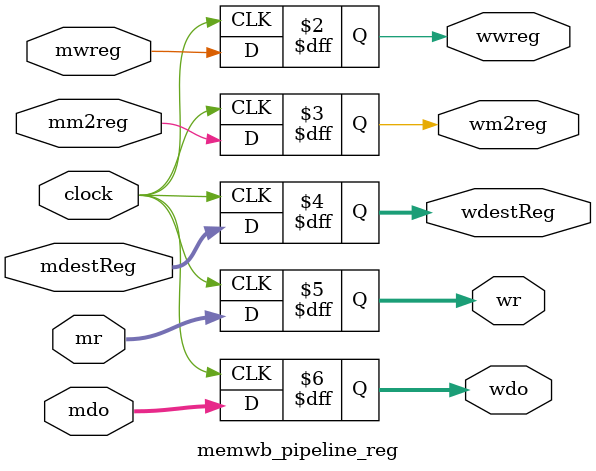
<source format=v>
`timescale 1ns / 1ps


module memwb_pipeline_reg(
    input wire mwreg,
    input wire mm2reg,
    input wire [4:0] mdestReg,
    input wire [31:0] mr,
    input wire [31:0] mdo,
    input wire clock,
    output reg wwreg,
    output reg wm2reg,
    output reg [4:0] wdestReg,
    output reg [31:0] wr,
    output reg [31:0] wdo
);
    always @(posedge clock) begin
        wwreg <= mwreg;
        wm2reg <= mm2reg;
        wdestReg <= mdestReg;
        wr <= mr;
        wdo <= mdo;
    end
endmodule

</source>
